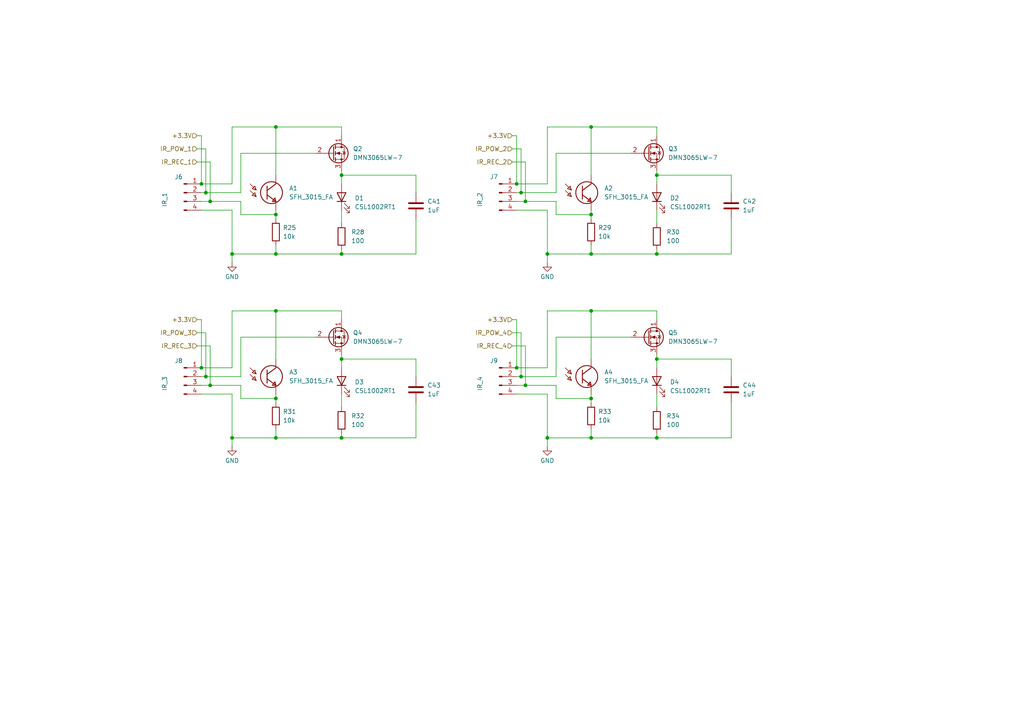
<source format=kicad_sch>
(kicad_sch (version 20250114) (generator "eeschema") (generator_version "9.0")
  (paper "A4")
  (lib_symbols
    (symbol "Connector:Conn_01x04_Male" (pin_names (offset 1.016) (hide yes))
      (property "Reference" "J" (at 0 5.08 0))
      (property "Value" "Conn_01x04_Male" (at 0 -7.62 0))
      (symbol "Conn_01x04_Male_1_1"
        (rectangle (start 0.8636 2.667) (end 0 2.413) (stroke (width 0.1524)) (fill (type outline)))
        (rectangle (start 0.8636 0.127) (end 0 -0.127) (stroke (width 0.1524)) (fill (type outline)))
        (rectangle (start 0.8636 -2.413) (end 0 -2.667) (stroke (width 0.1524)) (fill (type outline)))
        (rectangle (start 0.8636 -4.953) (end 0 -5.207) (stroke (width 0.1524)) (fill (type outline)))
        (polyline (pts (xy 1.27 2.54) (xy 0.8636 2.54)) (stroke (width 0.1524)))
        (polyline (pts (xy 1.27 0) (xy 0.8636 0)) (stroke (width 0.1524)))
        (polyline (pts (xy 1.27 -2.54) (xy 0.8636 -2.54)) (stroke (width 0.1524)))
        (polyline (pts (xy 1.27 -5.08) (xy 0.8636 -5.08)) (stroke (width 0.1524)))
        (pin passive line (at 5.08 2.54 180) (length 3.81) (name "Pin_1") (number "1"))
        (pin passive line (at 5.08 0 180) (length 3.81) (name "Pin_2") (number "2"))
        (pin passive line (at 5.08 -2.54 180) (length 3.81) (name "Pin_3") (number "3"))
        (pin passive line (at 5.08 -5.08 180) (length 3.81) (name "Pin_4") (number "4"))
      )
    )
    (symbol "Device:C" (pin_numbers (hide yes)) (pin_names (offset 0.254))
      (property "Reference" "C" (at 0.635 2.54 0))
      (property "Value" "C" (at 0.635 -2.54 0))
      (symbol "C_0_1"
        (polyline (pts (xy -2.032 0.762) (xy 2.032 0.762)) (stroke (width 0.508)))
        (polyline (pts (xy -2.032 -0.762) (xy 2.032 -0.762)) (stroke (width 0.508)))
      )
      (symbol "C_1_1"
        (pin passive line (at 0 3.81 270) (length 2.794) (name "~") (number "1"))
        (pin passive line (at 0 -3.81 90) (length 2.794) (name "~") (number "2"))
      )
    )
    (symbol "Device:LED" (pin_numbers (hide yes)) (pin_names (offset 1.016) (hide yes))
      (property "Reference" "D" (at 0 2.54 0))
      (property "Value" "LED" (at 0 -2.54 0))
      (symbol "LED_0_1"
        (polyline (pts (xy -3.048 -0.762) (xy -4.572 -2.286) (xy -3.81 -2.286) (xy -4.572 -2.286) (xy -4.572 -1.524)))
        (polyline (pts (xy -1.778 -0.762) (xy -3.302 -2.286) (xy -2.54 -2.286) (xy -3.302 -2.286) (xy -3.302 -1.524)))
        (polyline (pts (xy -1.27 0) (xy 1.27 0)))
        (polyline (pts (xy -1.27 -1.27) (xy -1.27 1.27)) (stroke (width 0.254)))
        (polyline (pts (xy 1.27 -1.27) (xy 1.27 1.27) (xy -1.27 0) (xy 1.27 -1.27)) (stroke (width 0.254)))
      )
      (symbol "LED_1_1"
        (pin passive line (at -3.81 0 0) (length 2.54) (name "K") (number "1"))
        (pin passive line (at 3.81 0 180) (length 2.54) (name "A") (number "2"))
      )
    )
    (symbol "Device:Q_NMOS_DGS" (pin_names (offset 0) (hide yes))
      (property "Reference" "Q" (at 5.08 1.27 0))
      (property "Value" "Q_NMOS_DGS" (at 5.08 -1.27 0))
      (symbol "Q_NMOS_DGS_0_1"
        (polyline (pts (xy 0.254 1.905) (xy 0.254 -1.905)) (stroke (width 0.254)))
        (polyline (pts (xy 0.254 0) (xy -2.54 0)))
        (polyline (pts (xy 0.762 2.286) (xy 0.762 1.27)) (stroke (width 0.254)))
        (polyline (pts (xy 0.762 0.508) (xy 0.762 -0.508)) (stroke (width 0.254)))
        (polyline (pts (xy 0.762 -1.27) (xy 0.762 -2.286)) (stroke (width 0.254)))
        (polyline (pts (xy 0.762 -1.778) (xy 3.302 -1.778) (xy 3.302 1.778) (xy 0.762 1.778)))
        (polyline (pts (xy 1.016 0) (xy 2.032 0.381) (xy 2.032 -0.381) (xy 1.016 0)) (fill (type outline)))
        (circle (center 1.651 0) (radius 2.794) (stroke (width 0.254)))
        (polyline (pts (xy 2.54 2.54) (xy 2.54 1.778)))
        (circle (center 2.54 1.778) (radius 0.254) (fill (type outline)))
        (circle (center 2.54 -1.778) (radius 0.254) (fill (type outline)))
        (polyline (pts (xy 2.54 -2.54) (xy 2.54 0) (xy 0.762 0)))
        (polyline (pts (xy 2.794 0.508) (xy 2.921 0.381) (xy 3.683 0.381) (xy 3.81 0.254)))
        (polyline (pts (xy 3.302 0.381) (xy 2.921 -0.254) (xy 3.683 -0.254) (xy 3.302 0.381)))
      )
      (symbol "Q_NMOS_DGS_1_1"
        (pin input line (at -5.08 0 0) (length 2.54) (name "G") (number "2"))
        (pin passive line (at 2.54 5.08 270) (length 2.54) (name "D") (number "1"))
        (pin passive line (at 2.54 -5.08 90) (length 2.54) (name "S") (number "3"))
      )
    )
    (symbol "Device:R" (pin_numbers (hide yes)) (pin_names (offset 0))
      (property "Reference" "R" (at 2.032 0 90))
      (property "Value" "R" (at 0 0 90))
      (symbol "R_0_1"
        (rectangle (start -1.016 -2.54) (end 1.016 2.54) (stroke (width 0.254)))
      )
      (symbol "R_1_1"
        (pin passive line (at 0 3.81 270) (length 1.27) (name "~") (number "1"))
        (pin passive line (at 0 -3.81 90) (length 1.27) (name "~") (number "2"))
      )
    )
    (symbol "SFH_3015_FA:SFH_3015_FA" (pin_numbers (hide yes)) (pin_names (offset 1.016) (hide yes))
      (property "Reference" "A" (at -10.16 5.08 0))
      (property "Value" "SFH_3015_FA" (at -10.16 -7.62 0))
      (symbol "SFH_3015_FA_0_0"
        (polyline (pts (xy -4.953 2.54) (xy -3.175 0.762)) (stroke (width 0.1524)))
        (polyline (pts (xy -4.953 0.635) (xy -3.175 -1.143)) (stroke (width 0.1524)))
        (polyline (pts (xy -4.318 1.143) (xy -3.556 1.905)) (stroke (width 0.1524)))
        (polyline (pts (xy -4.318 1.143) (xy -3.175 0.762) (xy -3.556 1.905) (xy -4.318 1.143)) (stroke (width 0.1524)) (fill (type background)))
        (polyline (pts (xy -4.318 -0.762) (xy -3.556 0)) (stroke (width 0.1524)))
        (polyline (pts (xy -4.318 -0.762) (xy -3.175 -1.143) (xy -3.556 0) (xy -4.318 -0.762)) (stroke (width 0.1524)) (fill (type background)))
        (polyline (pts (xy -3.556 1.905) (xy -3.175 0.762)) (stroke (width 0.1524)))
        (polyline (pts (xy -3.556 0) (xy -3.175 -1.143)) (stroke (width 0.1524)))
        (polyline (pts (xy -3.175 0.762) (xy -4.318 1.143)) (stroke (width 0.1524)))
        (polyline (pts (xy -3.175 -1.143) (xy -4.318 -0.762)) (stroke (width 0.1524)))
        (polyline (pts (xy 0 1.905) (xy 0 0.635)) (stroke (width 0.254)))
        (polyline (pts (xy 0 0.635) (xy 0 -0.635)) (stroke (width 0.254)))
        (polyline (pts (xy 0 0.635) (xy 2.54 2.54)) (stroke (width 0.254)))
        (polyline (pts (xy 0 -0.635) (xy 0 -1.905)) (stroke (width 0.254)))
        (polyline (pts (xy 0 -0.635) (xy 2.54 -2.54)) (stroke (width 0.254)))
        (circle (center 1.27 0) (radius 3.175) (stroke (width 0.254)))
        (polyline (pts (xy 2.286 -2.286) (xy 2.54 -2.54)) (stroke (width 0.1524)))
        (polyline (pts (xy 2.54 -2.54) (xy 2.286 -1.524) (xy 1.524 -2.54) (xy 2.54 -2.54)) (stroke (width 0.254)) (fill (type background)))
        (pin passive line (at 2.54 5.08 270) (length 2.54) (name "~") (number "2"))
        (pin passive line (at 2.54 -5.08 90) (length 2.54) (name "~") (number "1"))
      )
    )
    (symbol "power:GND" (power) (pin_numbers (hide yes)) (pin_names (offset 0) (hide yes))
      (property "Value" "GND" (at 0 -3.81 0))
      (symbol "GND_0_1"
        (polyline (pts (xy 0 0) (xy 0 -1.27) (xy 1.27 -1.27) (xy 0 -2.54) (xy -1.27 -1.27) (xy 0 -1.27)))
      )
      (symbol "GND_1_1"
        (pin power_in line (at 0 0 270) (length 0) (name "~") (number "1"))
      )
    )
  )
  (junction (at 99.06 127))
  (junction (at 99.06 50.8))
  (junction (at 80.01 62.23))
  (junction (at 171.45 127))
  (junction (at 190.5 127))
  (junction (at 59.69 109.22))
  (junction (at 80.01 36.83))
  (junction (at 99.06 104.14))
  (junction (at 80.01 115.57))
  (junction (at 171.45 62.23))
  (junction (at 171.45 115.57))
  (junction (at 171.45 73.66))
  (junction (at 158.75 73.66))
  (junction (at 171.45 36.83))
  (junction (at 149.86 53.34))
  (junction (at 190.5 104.14))
  (junction (at 67.31 73.66))
  (junction (at 58.42 53.34))
  (junction (at 60.96 58.42))
  (junction (at 80.01 127))
  (junction (at 190.5 50.8))
  (junction (at 152.4 111.76))
  (junction (at 58.42 106.68))
  (junction (at 151.13 55.88))
  (junction (at 67.31 127))
  (junction (at 80.01 73.66))
  (junction (at 152.4 58.42))
  (junction (at 60.96 111.76))
  (junction (at 99.06 73.66))
  (junction (at 151.13 109.22))
  (junction (at 171.45 90.17))
  (junction (at 190.5 73.66))
  (junction (at 80.01 90.17))
  (junction (at 59.69 55.88))
  (junction (at 149.86 106.68))
  (junction (at 158.75 127))
  (wire (pts (xy 67.31 73.66) (xy 67.31 76.2)))
  (wire (pts (xy 190.5 127) (xy 212.09 127)))
  (wire (pts (xy 152.4 100.33) (xy 152.4 111.76)))
  (wire (pts (xy 190.5 73.66) (xy 212.09 73.66)))
  (wire (pts (xy 58.42 58.42) (xy 60.96 58.42)))
  (wire (pts (xy 80.01 73.66) (xy 99.06 73.66)))
  (wire (pts (xy 158.75 127) (xy 171.45 127)))
  (wire (pts (xy 190.5 127) (xy 190.5 125.73)))
  (wire (pts (xy 80.01 90.17) (xy 80.01 104.14)))
  (wire (pts (xy 69.85 115.57) (xy 80.01 115.57)))
  (wire (pts (xy 151.13 55.88) (xy 149.86 55.88)))
  (wire (pts (xy 190.5 36.83) (xy 190.5 39.37)))
  (wire (pts (xy 69.85 44.45) (xy 69.85 55.88)))
  (wire (pts (xy 171.45 90.17) (xy 190.5 90.17)))
  (wire (pts (xy 99.06 90.17) (xy 99.06 92.71)))
  (wire (pts (xy 161.29 109.22) (xy 151.13 109.22)))
  (wire (pts (xy 171.45 127) (xy 190.5 127)))
  (wire (pts (xy 69.85 44.45) (xy 91.44 44.45)))
  (wire (pts (xy 69.85 58.42) (xy 69.85 62.23)))
  (wire (pts (xy 59.69 96.52) (xy 59.69 109.22)))
  (wire (pts (xy 171.45 124.46) (xy 171.45 127)))
  (wire (pts (xy 190.5 73.66) (xy 190.5 72.39)))
  (wire (pts (xy 161.29 55.88) (xy 151.13 55.88)))
  (wire (pts (xy 80.01 62.23) (xy 80.01 63.5)))
  (wire (pts (xy 149.86 53.34) (xy 158.75 53.34)))
  (wire (pts (xy 69.85 55.88) (xy 59.69 55.88)))
  (wire (pts (xy 80.01 71.12) (xy 80.01 73.66)))
  (wire (pts (xy 171.45 90.17) (xy 171.45 104.14)))
  (wire (pts (xy 149.86 58.42) (xy 152.4 58.42)))
  (wire (pts (xy 120.65 109.22) (xy 120.65 104.14)))
  (wire (pts (xy 67.31 90.17) (xy 80.01 90.17)))
  (wire (pts (xy 190.5 102.87) (xy 190.5 104.14)))
  (wire (pts (xy 158.75 36.83) (xy 171.45 36.83)))
  (wire (pts (xy 58.42 53.34) (xy 67.31 53.34)))
  (wire (pts (xy 158.75 127) (xy 158.75 129.54)))
  (wire (pts (xy 151.13 109.22) (xy 149.86 109.22)))
  (wire (pts (xy 152.4 58.42) (xy 161.29 58.42)))
  (wire (pts (xy 57.15 46.99) (xy 60.96 46.99)))
  (wire (pts (xy 149.86 92.71) (xy 149.86 106.68)))
  (wire (pts (xy 149.86 106.68) (xy 158.75 106.68)))
  (wire (pts (xy 152.4 46.99) (xy 152.4 58.42)))
  (wire (pts (xy 120.65 127) (xy 120.65 116.84)))
  (wire (pts (xy 60.96 100.33) (xy 60.96 111.76)))
  (wire (pts (xy 99.06 114.3) (xy 99.06 118.11)))
  (wire (pts (xy 148.59 92.71) (xy 149.86 92.71)))
  (wire (pts (xy 158.75 60.96) (xy 158.75 73.66)))
  (wire (pts (xy 161.29 111.76) (xy 161.29 115.57)))
  (wire (pts (xy 158.75 114.3) (xy 158.75 127)))
  (wire (pts (xy 67.31 106.68) (xy 67.31 90.17)))
  (wire (pts (xy 99.06 60.96) (xy 99.06 64.77)))
  (wire (pts (xy 120.65 55.88) (xy 120.65 50.8)))
  (wire (pts (xy 99.06 49.53) (xy 99.06 50.8)))
  (wire (pts (xy 57.15 39.37) (xy 58.42 39.37)))
  (wire (pts (xy 58.42 60.96) (xy 67.31 60.96)))
  (wire (pts (xy 69.85 97.79) (xy 91.44 97.79)))
  (wire (pts (xy 148.59 43.18) (xy 151.13 43.18)))
  (wire (pts (xy 80.01 60.96) (xy 80.01 62.23)))
  (wire (pts (xy 99.06 102.87) (xy 99.06 104.14)))
  (wire (pts (xy 171.45 114.3) (xy 171.45 115.57)))
  (wire (pts (xy 171.45 73.66) (xy 190.5 73.66)))
  (wire (pts (xy 99.06 50.8) (xy 99.06 53.34)))
  (wire (pts (xy 99.06 127) (xy 99.06 125.73)))
  (wire (pts (xy 69.85 97.79) (xy 69.85 109.22)))
  (wire (pts (xy 149.86 60.96) (xy 158.75 60.96)))
  (wire (pts (xy 212.09 127) (xy 212.09 116.84)))
  (wire (pts (xy 67.31 127) (xy 67.31 129.54)))
  (wire (pts (xy 80.01 90.17) (xy 99.06 90.17)))
  (wire (pts (xy 212.09 109.22) (xy 212.09 104.14)))
  (wire (pts (xy 171.45 71.12) (xy 171.45 73.66)))
  (wire (pts (xy 149.86 114.3) (xy 158.75 114.3)))
  (wire (pts (xy 158.75 53.34) (xy 158.75 36.83)))
  (wire (pts (xy 190.5 49.53) (xy 190.5 50.8)))
  (wire (pts (xy 148.59 46.99) (xy 152.4 46.99)))
  (wire (pts (xy 57.15 100.33) (xy 60.96 100.33)))
  (wire (pts (xy 59.69 109.22) (xy 58.42 109.22)))
  (wire (pts (xy 158.75 90.17) (xy 171.45 90.17)))
  (wire (pts (xy 151.13 96.52) (xy 151.13 109.22)))
  (wire (pts (xy 149.86 39.37) (xy 149.86 53.34)))
  (wire (pts (xy 80.01 124.46) (xy 80.01 127)))
  (wire (pts (xy 161.29 97.79) (xy 182.88 97.79)))
  (wire (pts (xy 171.45 36.83) (xy 190.5 36.83)))
  (wire (pts (xy 148.59 96.52) (xy 151.13 96.52)))
  (wire (pts (xy 80.01 36.83) (xy 99.06 36.83)))
  (wire (pts (xy 99.06 73.66) (xy 99.06 72.39)))
  (wire (pts (xy 161.29 44.45) (xy 161.29 55.88)))
  (wire (pts (xy 161.29 44.45) (xy 182.88 44.45)))
  (wire (pts (xy 151.13 43.18) (xy 151.13 55.88)))
  (wire (pts (xy 161.29 97.79) (xy 161.29 109.22)))
  (wire (pts (xy 171.45 36.83) (xy 171.45 50.8)))
  (wire (pts (xy 69.85 111.76) (xy 69.85 115.57)))
  (wire (pts (xy 80.01 114.3) (xy 80.01 115.57)))
  (wire (pts (xy 69.85 109.22) (xy 59.69 109.22)))
  (wire (pts (xy 58.42 114.3) (xy 67.31 114.3)))
  (wire (pts (xy 148.59 100.33) (xy 152.4 100.33)))
  (wire (pts (xy 67.31 114.3) (xy 67.31 127)))
  (wire (pts (xy 148.59 39.37) (xy 149.86 39.37)))
  (wire (pts (xy 80.01 36.83) (xy 80.01 50.8)))
  (wire (pts (xy 190.5 104.14) (xy 190.5 106.68)))
  (wire (pts (xy 67.31 53.34) (xy 67.31 36.83)))
  (wire (pts (xy 120.65 104.14) (xy 99.06 104.14)))
  (wire (pts (xy 80.01 115.57) (xy 80.01 116.84)))
  (wire (pts (xy 67.31 60.96) (xy 67.31 73.66)))
  (wire (pts (xy 120.65 73.66) (xy 120.65 63.5)))
  (wire (pts (xy 212.09 50.8) (xy 190.5 50.8)))
  (wire (pts (xy 161.29 58.42) (xy 161.29 62.23)))
  (wire (pts (xy 190.5 114.3) (xy 190.5 118.11)))
  (wire (pts (xy 161.29 115.57) (xy 171.45 115.57)))
  (wire (pts (xy 190.5 90.17) (xy 190.5 92.71)))
  (wire (pts (xy 80.01 127) (xy 99.06 127)))
  (wire (pts (xy 212.09 104.14) (xy 190.5 104.14)))
  (wire (pts (xy 99.06 127) (xy 120.65 127)))
  (wire (pts (xy 120.65 50.8) (xy 99.06 50.8)))
  (wire (pts (xy 60.96 46.99) (xy 60.96 58.42)))
  (wire (pts (xy 190.5 50.8) (xy 190.5 53.34)))
  (wire (pts (xy 171.45 62.23) (xy 171.45 63.5)))
  (wire (pts (xy 57.15 43.18) (xy 59.69 43.18)))
  (wire (pts (xy 67.31 36.83) (xy 80.01 36.83)))
  (wire (pts (xy 58.42 39.37) (xy 58.42 53.34)))
  (wire (pts (xy 161.29 62.23) (xy 171.45 62.23)))
  (wire (pts (xy 58.42 106.68) (xy 67.31 106.68)))
  (wire (pts (xy 58.42 111.76) (xy 60.96 111.76)))
  (wire (pts (xy 57.15 92.71) (xy 58.42 92.71)))
  (wire (pts (xy 58.42 92.71) (xy 58.42 106.68)))
  (wire (pts (xy 69.85 62.23) (xy 80.01 62.23)))
  (wire (pts (xy 60.96 111.76) (xy 69.85 111.76)))
  (wire (pts (xy 152.4 111.76) (xy 161.29 111.76)))
  (wire (pts (xy 99.06 73.66) (xy 120.65 73.66)))
  (wire (pts (xy 212.09 73.66) (xy 212.09 63.5)))
  (wire (pts (xy 59.69 43.18) (xy 59.69 55.88)))
  (wire (pts (xy 59.69 55.88) (xy 58.42 55.88)))
  (wire (pts (xy 171.45 115.57) (xy 171.45 116.84)))
  (wire (pts (xy 57.15 96.52) (xy 59.69 96.52)))
  (wire (pts (xy 99.06 104.14) (xy 99.06 106.68)))
  (wire (pts (xy 158.75 73.66) (xy 171.45 73.66)))
  (wire (pts (xy 212.09 55.88) (xy 212.09 50.8)))
  (wire (pts (xy 190.5 60.96) (xy 190.5 64.77)))
  (wire (pts (xy 67.31 73.66) (xy 80.01 73.66)))
  (wire (pts (xy 60.96 58.42) (xy 69.85 58.42)))
  (wire (pts (xy 158.75 106.68) (xy 158.75 90.17)))
  (wire (pts (xy 171.45 60.96) (xy 171.45 62.23)))
  (wire (pts (xy 67.31 127) (xy 80.01 127)))
  (wire (pts (xy 158.75 73.66) (xy 158.75 76.2)))
  (wire (pts (xy 149.86 111.76) (xy 152.4 111.76)))
  (wire (pts (xy 99.06 36.83) (xy 99.06 39.37)))
  (hierarchical_label "IR_REC_1" (shape input) (at 57.15 46.99 180))
  (hierarchical_label "IR_REC_2" (shape input) (at 148.59 46.99 180))
  (hierarchical_label "+3.3V" (shape input) (at 148.59 92.71 180))
  (hierarchical_label "+3.3V" (shape input) (at 148.59 39.37 180))
  (hierarchical_label "IR_POW_1" (shape input) (at 57.15 43.18 180))
  (hierarchical_label "+3.3V" (shape input) (at 57.15 92.71 180))
  (hierarchical_label "IR_REC_3" (shape input) (at 57.15 100.33 180))
  (hierarchical_label "IR_POW_4" (shape input) (at 148.59 96.52 180))
  (hierarchical_label "IR_POW_2" (shape input) (at 148.59 43.18 180))
  (hierarchical_label "+3.3V" (shape input) (at 57.15 39.37 180))
  (hierarchical_label "IR_REC_4" (shape input) (at 148.59 100.33 180))
  (hierarchical_label "IR_POW_3" (shape input) (at 57.15 96.52 180))
  (symbol (lib_id "power:GND") (at 158.75 76.2 0) (unit 1)
    (property "Reference" "#PWR075" (effects (hide yes)))
    (property "Value" "GND" (at 158.75 80.264 0))
    (property "Description" "Power symbol creates a global label with name \"GND\" , ground" (effects (hide yes)))
  )
  (symbol (lib_id "SFH_3015_FA:SFH_3015_FA") (at 77.47 55.88 0) (unit 1)
    (property "Reference" "A1" (at 83.82 54.6099 0) (effects (justify left)))
    (property "Value" "SFH_3015_FA" (at 83.82 57.1499 0) (effects (justify left)))
    (property "Footprint" "SFH_3015_FA:XDCR_SFH_3015_FA" (effects (hide yes)))
    (property "MAXIMUM_PACKAGE_HEIGHT" "1.8 mm" (effects (hide yes)))
    (property "MANUFACTURER" "OSRAM" (effects (hide yes)))
    (property "PARTREV" "1.6" (effects (hide yes)))
    (property "STANDARD" "Manufacturer Recommendations" (effects (hide yes)))
  )
  (symbol (lib_id "SFH_3015_FA:SFH_3015_FA") (at 168.91 55.88 0) (unit 1)
    (property "Reference" "A2" (at 175.26 54.6099 0) (effects (justify left)))
    (property "Value" "SFH_3015_FA" (at 175.26 57.1499 0) (effects (justify left)))
    (property "Footprint" "SFH_3015_FA:XDCR_SFH_3015_FA" (effects (hide yes)))
    (property "MAXIMUM_PACKAGE_HEIGHT" "1.8 mm" (effects (hide yes)))
    (property "MANUFACTURER" "OSRAM" (effects (hide yes)))
    (property "PARTREV" "1.6" (effects (hide yes)))
    (property "STANDARD" "Manufacturer Recommendations" (effects (hide yes)))
  )
  (symbol (lib_id "Connector:Conn_01x04_Male") (at 144.78 55.88 0) (unit 1)
    (property "Reference" "J7" (at 143.256 51.308 0))
    (property "Value" "IR_2" (at 139.192 57.912 90))
    (property "Footprint" "mushak_mount_footprint:IR_SLAVE_V_04" (effects (hide yes)))
  )
  (symbol (lib_id "Device:C") (at 120.65 113.03 0) (unit 1)
    (property "Reference" "C43" (at 123.952 111.7599 0) (effects (justify left)))
    (property "Value" "1uF" (at 123.952 114.2999 0) (effects (justify left)))
    (property "Footprint" "Capacitor_SMD:C_0603_1608Metric" (effects (hide yes)))
  )
  (symbol (lib_id "Device:Q_NMOS_DGS") (at 187.96 97.79 0) (unit 1)
    (property "Reference" "Q5" (at 193.802 96.5199 0) (effects (justify left)))
    (property "Value" "DMN3065LW-7" (at 193.802 99.0599 0) (effects (justify left)))
    (property "Footprint" "Package_TO_SOT_SMD:SOT-323_SC-70" (effects (hide yes)))
  )
  (symbol (lib_id "Device:LED") (at 190.5 110.49 90) (unit 1)
    (property "Reference" "D4" (at 194.31 110.8074 90) (effects (justify right)))
    (property "Value" "CSL1002RT1" (at 194.31 113.3474 90) (effects (justify right)))
    (property "Description" "Light emitting diode" (effects (hide yes)))
    (property "Sim.Pins" "1=K 2=A" (effects (hide yes)))
  )
  (symbol (lib_id "Device:C") (at 212.09 113.03 0) (unit 1)
    (property "Reference" "C44" (at 215.392 111.7599 0) (effects (justify left)))
    (property "Value" "1uF" (at 215.392 114.2999 0) (effects (justify left)))
    (property "Footprint" "Capacitor_SMD:C_0603_1608Metric" (effects (hide yes)))
  )
  (symbol (lib_id "Device:LED") (at 99.06 57.15 90) (unit 1)
    (property "Reference" "D1" (at 102.87 57.4674 90) (effects (justify right)))
    (property "Value" "CSL1002RT1" (at 102.87 60.0074 90) (effects (justify right)))
    (property "Description" "Light emitting diode" (effects (hide yes)))
    (property "Sim.Pins" "1=K 2=A" (effects (hide yes)))
  )
  (symbol (lib_id "SFH_3015_FA:SFH_3015_FA") (at 168.91 109.22 0) (unit 1)
    (property "Reference" "A4" (at 175.26 107.9499 0) (effects (justify left)))
    (property "Value" "SFH_3015_FA" (at 175.26 110.4899 0) (effects (justify left)))
    (property "Footprint" "SFH_3015_FA:XDCR_SFH_3015_FA" (effects (hide yes)))
    (property "MAXIMUM_PACKAGE_HEIGHT" "1.8 mm" (effects (hide yes)))
    (property "MANUFACTURER" "OSRAM" (effects (hide yes)))
    (property "PARTREV" "1.6" (effects (hide yes)))
    (property "STANDARD" "Manufacturer Recommendations" (effects (hide yes)))
  )
  (symbol (lib_id "power:GND") (at 67.31 76.2 0) (unit 1)
    (property "Reference" "#PWR072" (effects (hide yes)))
    (property "Value" "GND" (at 67.31 80.264 0))
    (property "Description" "Power symbol creates a global label with name \"GND\" , ground" (effects (hide yes)))
  )
  (symbol (lib_id "Device:R") (at 99.06 68.58 0) (unit 1)
    (property "Reference" "R28" (at 101.854 67.3099 0) (effects (justify left)))
    (property "Value" "100" (at 101.854 69.8499 0) (effects (justify left)))
    (property "Footprint" "Resistor_SMD:R_0603_1608Metric" (effects (hide yes)))
  )
  (symbol (lib_id "Device:Q_NMOS_DGS") (at 187.96 44.45 0) (unit 1)
    (property "Reference" "Q3" (at 193.802 43.1799 0) (effects (justify left)))
    (property "Value" "DMN3065LW-7" (at 193.802 45.7199 0) (effects (justify left)))
    (property "Footprint" "Package_TO_SOT_SMD:SOT-323_SC-70" (effects (hide yes)))
  )
  (symbol (lib_id "Device:C") (at 120.65 59.69 0) (unit 1)
    (property "Reference" "C41" (at 123.952 58.4199 0) (effects (justify left)))
    (property "Value" "1uF" (at 123.952 60.9599 0) (effects (justify left)))
    (property "Footprint" "Capacitor_SMD:C_0603_1608Metric" (effects (hide yes)))
  )
  (symbol (lib_id "Device:R") (at 99.06 121.92 0) (unit 1)
    (property "Reference" "R32" (at 101.854 120.6499 0) (effects (justify left)))
    (property "Value" "100" (at 101.854 123.1899 0) (effects (justify left)))
    (property "Footprint" "Resistor_SMD:R_0603_1608Metric" (effects (hide yes)))
  )
  (symbol (lib_id "Device:R") (at 171.45 120.65 0) (unit 1)
    (property "Reference" "R33" (at 173.482 119.3799 0) (effects (justify left)))
    (property "Value" "10k" (at 173.482 121.9199 0) (effects (justify left)))
    (property "Footprint" "Resistor_SMD:R_0402_1005Metric" (effects (hide yes)))
  )
  (symbol (lib_id "SFH_3015_FA:SFH_3015_FA") (at 77.47 109.22 0) (unit 1)
    (property "Reference" "A3" (at 83.82 107.9499 0) (effects (justify left)))
    (property "Value" "SFH_3015_FA" (at 83.82 110.4899 0) (effects (justify left)))
    (property "Footprint" "SFH_3015_FA:XDCR_SFH_3015_FA" (effects (hide yes)))
    (property "MAXIMUM_PACKAGE_HEIGHT" "1.8 mm" (effects (hide yes)))
    (property "MANUFACTURER" "OSRAM" (effects (hide yes)))
    (property "PARTREV" "1.6" (effects (hide yes)))
    (property "STANDARD" "Manufacturer Recommendations" (effects (hide yes)))
  )
  (symbol (lib_id "Device:Q_NMOS_DGS") (at 96.52 97.79 0) (unit 1)
    (property "Reference" "Q4" (at 102.362 96.5199 0) (effects (justify left)))
    (property "Value" "DMN3065LW-7" (at 102.362 99.0599 0) (effects (justify left)))
    (property "Footprint" "Package_TO_SOT_SMD:SOT-323_SC-70" (effects (hide yes)))
  )
  (symbol (lib_id "Connector:Conn_01x04_Male") (at 144.78 109.22 0) (unit 1)
    (property "Reference" "J9" (at 143.256 104.648 0))
    (property "Value" "IR_4" (at 139.192 111.252 90))
    (property "Footprint" "mushak_mount_footprint:IR_SLAVE_V_04" (effects (hide yes)))
  )
  (symbol (lib_id "Device:R") (at 171.45 67.31 0) (unit 1)
    (property "Reference" "R29" (at 173.482 66.0399 0) (effects (justify left)))
    (property "Value" "10k" (at 173.482 68.5799 0) (effects (justify left)))
    (property "Footprint" "Resistor_SMD:R_0402_1005Metric" (effects (hide yes)))
  )
  (symbol (lib_id "Device:LED") (at 190.5 57.15 90) (unit 1)
    (property "Reference" "D2" (at 194.31 57.4674 90) (effects (justify right)))
    (property "Value" "CSL1002RT1" (at 194.31 60.0074 90) (effects (justify right)))
    (property "Description" "Light emitting diode" (effects (hide yes)))
    (property "Sim.Pins" "1=K 2=A" (effects (hide yes)))
  )
  (symbol (lib_id "Connector:Conn_01x04_Male") (at 53.34 109.22 0) (unit 1)
    (property "Reference" "J8" (at 51.816 104.648 0))
    (property "Value" "IR_3" (at 47.752 111.252 90))
    (property "Footprint" "mushak_mount_footprint:IR_SLAVE_V_04" (effects (hide yes)))
  )
  (symbol (lib_id "Device:LED") (at 99.06 110.49 90) (unit 1)
    (property "Reference" "D3" (at 102.87 110.8074 90) (effects (justify right)))
    (property "Value" "CSL1002RT1" (at 102.87 113.3474 90) (effects (justify right)))
    (property "Description" "Light emitting diode" (effects (hide yes)))
    (property "Sim.Pins" "1=K 2=A" (effects (hide yes)))
  )
  (symbol (lib_id "Device:R") (at 190.5 68.58 0) (unit 1)
    (property "Reference" "R30" (at 193.294 67.3099 0) (effects (justify left)))
    (property "Value" "100" (at 193.294 69.8499 0) (effects (justify left)))
    (property "Footprint" "Resistor_SMD:R_0603_1608Metric" (effects (hide yes)))
  )
  (symbol (lib_id "Device:R") (at 80.01 67.31 0) (unit 1)
    (property "Reference" "R25" (at 82.042 66.0399 0) (effects (justify left)))
    (property "Value" "10k" (at 82.042 68.5799 0) (effects (justify left)))
    (property "Footprint" "Resistor_SMD:R_0402_1005Metric" (effects (hide yes)))
  )
  (symbol (lib_id "power:GND") (at 158.75 129.54 0) (unit 1)
    (property "Reference" "#PWR074" (effects (hide yes)))
    (property "Value" "GND" (at 158.75 133.604 0))
    (property "Description" "Power symbol creates a global label with name \"GND\" , ground" (effects (hide yes)))
  )
  (symbol (lib_id "Device:R") (at 80.01 120.65 0) (unit 1)
    (property "Reference" "R31" (at 82.042 119.3799 0) (effects (justify left)))
    (property "Value" "10k" (at 82.042 121.9199 0) (effects (justify left)))
    (property "Footprint" "Resistor_SMD:R_0402_1005Metric" (effects (hide yes)))
  )
  (symbol (lib_id "power:GND") (at 67.31 129.54 0) (unit 1)
    (property "Reference" "#PWR073" (effects (hide yes)))
    (property "Value" "GND" (at 67.31 133.604 0))
    (property "Description" "Power symbol creates a global label with name \"GND\" , ground" (effects (hide yes)))
  )
  (symbol (lib_id "Connector:Conn_01x04_Male") (at 53.34 55.88 0) (unit 1)
    (property "Reference" "J6" (at 51.816 51.308 0))
    (property "Value" "IR_1" (at 47.752 57.912 90))
    (property "Footprint" "mushak_mount_footprint:IR_SLAVE_V_04" (effects (hide yes)))
  )
  (symbol (lib_id "Device:C") (at 212.09 59.69 0) (unit 1)
    (property "Reference" "C42" (at 215.392 58.4199 0) (effects (justify left)))
    (property "Value" "1uF" (at 215.392 60.9599 0) (effects (justify left)))
    (property "Footprint" "Capacitor_SMD:C_0603_1608Metric" (effects (hide yes)))
  )
  (symbol (lib_id "Device:Q_NMOS_DGS") (at 96.52 44.45 0) (unit 1)
    (property "Reference" "Q2" (at 102.362 43.1799 0) (effects (justify left)))
    (property "Value" "DMN3065LW-7" (at 102.362 45.7199 0) (effects (justify left)))
    (property "Footprint" "Package_TO_SOT_SMD:SOT-323_SC-70" (effects (hide yes)))
  )
  (symbol (lib_id "Device:R") (at 190.5 121.92 0) (unit 1)
    (property "Reference" "R34" (at 193.294 120.6499 0) (effects (justify left)))
    (property "Value" "100" (at 193.294 123.1899 0) (effects (justify left)))
    (property "Footprint" "Resistor_SMD:R_0603_1608Metric" (effects (hide yes)))
  )
)
</source>
